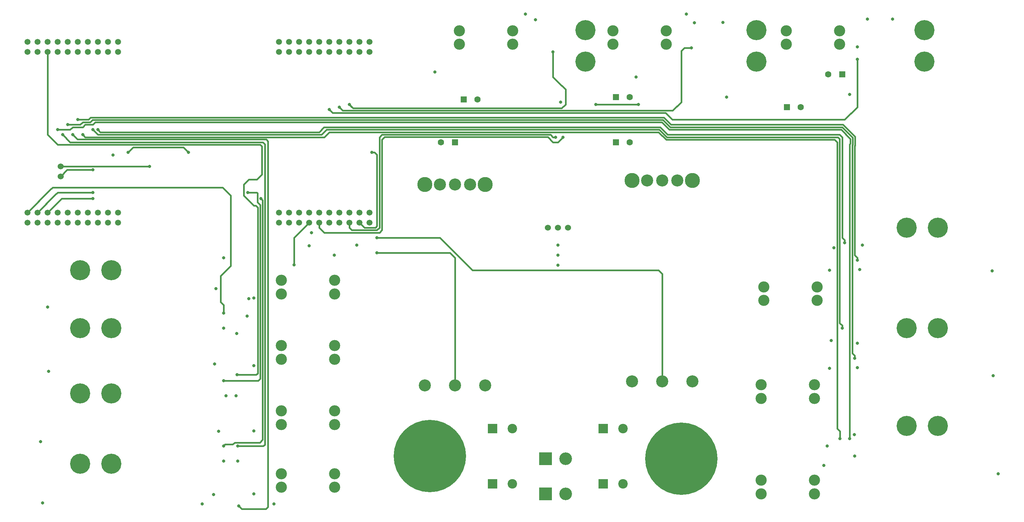
<source format=gbr>
G04 #@! TF.GenerationSoftware,KiCad,Pcbnew,(5.0.2)-1*
G04 #@! TF.CreationDate,2019-03-05T00:25:16-06:00*
G04 #@! TF.ProjectId,PowerBoard_Hardware,506f7765-7242-46f6-9172-645f48617264,rev?*
G04 #@! TF.SameCoordinates,Original*
G04 #@! TF.FileFunction,Copper,L3,Inr*
G04 #@! TF.FilePolarity,Positive*
%FSLAX46Y46*%
G04 Gerber Fmt 4.6, Leading zero omitted, Abs format (unit mm)*
G04 Created by KiCad (PCBNEW (5.0.2)-1) date 3/5/2019 12:25:16 AM*
%MOMM*%
%LPD*%
G01*
G04 APERTURE LIST*
G04 #@! TA.AperFunction,ViaPad*
%ADD10C,3.048000*%
G04 #@! TD*
G04 #@! TA.AperFunction,ViaPad*
%ADD11C,3.810000*%
G04 #@! TD*
G04 #@! TA.AperFunction,ViaPad*
%ADD12R,3.200000X3.200000*%
G04 #@! TD*
G04 #@! TA.AperFunction,ViaPad*
%ADD13O,3.200000X3.200000*%
G04 #@! TD*
G04 #@! TA.AperFunction,ViaPad*
%ADD14C,2.400000*%
G04 #@! TD*
G04 #@! TA.AperFunction,ViaPad*
%ADD15R,2.400000X2.400000*%
G04 #@! TD*
G04 #@! TA.AperFunction,ViaPad*
%ADD16C,1.524000*%
G04 #@! TD*
G04 #@! TA.AperFunction,ViaPad*
%ADD17C,5.080000*%
G04 #@! TD*
G04 #@! TA.AperFunction,ViaPad*
%ADD18C,1.520000*%
G04 #@! TD*
G04 #@! TA.AperFunction,ViaPad*
%ADD19C,2.819400*%
G04 #@! TD*
G04 #@! TA.AperFunction,ViaPad*
%ADD20C,1.600000*%
G04 #@! TD*
G04 #@! TA.AperFunction,ViaPad*
%ADD21R,1.600000X1.600000*%
G04 #@! TD*
G04 #@! TA.AperFunction,ViaPad*
%ADD22C,18.288000*%
G04 #@! TD*
G04 #@! TA.AperFunction,ViaPad*
%ADD23C,0.800000*%
G04 #@! TD*
G04 #@! TA.AperFunction,Conductor*
%ADD24C,0.381000*%
G04 #@! TD*
G04 APERTURE END LIST*
D10*
G04 #@! TO.N,GND*
G04 #@! TO.C,Dahlbot*
X156210000Y-56388000D03*
G04 #@! TO.N,N/C*
X152400000Y-56388000D03*
G04 #@! TO.N,Net-(C10-Pad1)*
X148590000Y-56388000D03*
D11*
X144780000Y-56388000D03*
G04 #@! TO.N,GND*
X160020000Y-56388000D03*
D10*
G04 #@! TO.N,PVDD*
X144780000Y-107188000D03*
G04 #@! TO.N,Net-(CONV1-Pad2)*
X152400000Y-107188000D03*
G04 #@! TO.N,GND*
X160020000Y-107188000D03*
G04 #@! TD*
G04 #@! TO.N,GND*
G04 #@! TO.C,The Van*
X208534000Y-55372000D03*
G04 #@! TO.N,N/C*
X204724000Y-55372000D03*
G04 #@! TO.N,Net-(C11-Pad1)*
X200914000Y-55372000D03*
D11*
X197104000Y-55372000D03*
G04 #@! TO.N,GND*
X212344000Y-55372000D03*
D10*
G04 #@! TO.N,PVDD*
X197104000Y-106172000D03*
G04 #@! TO.N,Net-(CONV2-Pad2)*
X204724000Y-106172000D03*
G04 #@! TO.N,GND*
X212344000Y-106172000D03*
G04 #@! TD*
D12*
G04 #@! TO.N,PVDD*
G04 #@! TO.C,D12*
X175260000Y-125730000D03*
D13*
G04 #@! TO.N,GND*
X180340000Y-125730000D03*
G04 #@! TD*
G04 #@! TO.N,GND*
G04 #@! TO.C,D13*
X180340000Y-134620000D03*
D12*
G04 #@! TO.N,PVDD*
X175260000Y-134620000D03*
G04 #@! TD*
D14*
G04 #@! TO.N,GND*
G04 #@! TO.C,C1*
X194865000Y-132080000D03*
D15*
G04 #@! TO.N,PVDD*
X189865000Y-132080000D03*
G04 #@! TD*
G04 #@! TO.N,PVDD*
G04 #@! TO.C,C2*
X161925000Y-132080000D03*
D14*
G04 #@! TO.N,GND*
X166925000Y-132080000D03*
G04 #@! TD*
G04 #@! TO.N,GND*
G04 #@! TO.C,C3*
X194865000Y-118110000D03*
D15*
G04 #@! TO.N,PVDD*
X189865000Y-118110000D03*
G04 #@! TD*
G04 #@! TO.N,PVDD*
G04 #@! TO.C,C5*
X161925000Y-118110000D03*
D14*
G04 #@! TO.N,GND*
X166925000Y-118110000D03*
G04 #@! TD*
D16*
G04 #@! TO.N,Net-(3V3FAN1-Pad1)*
G04 #@! TO.C,3V3FAN1*
X52832000Y-54356000D03*
G04 #@! TO.N,+3.3VA*
X52832000Y-51816000D03*
G04 #@! TD*
D17*
G04 #@! TO.N,Net-(Conn5-Pad2)*
G04 #@! TO.C,Conn5*
X266446000Y-67310000D03*
G04 #@! TO.N,GND*
X274320000Y-67310000D03*
G04 #@! TD*
G04 #@! TO.N,Net-(Conn6-Pad2)*
G04 #@! TO.C,Conn6*
X266446000Y-92710000D03*
G04 #@! TO.N,GND*
X274320000Y-92710000D03*
G04 #@! TD*
G04 #@! TO.N,Net-(Conn7-Pad2)*
G04 #@! TO.C,Conn7*
X266446000Y-117475000D03*
G04 #@! TO.N,GND*
X274320000Y-117475000D03*
G04 #@! TD*
G04 #@! TO.N,GND*
G04 #@! TO.C,Conn8*
X57785000Y-78105000D03*
G04 #@! TO.N,Net-(Conn8-Pad2)*
X65659000Y-78105000D03*
G04 #@! TD*
G04 #@! TO.N,Net-(Conn9-Pad2)*
G04 #@! TO.C,Conn9*
X65659000Y-92710000D03*
G04 #@! TO.N,GND*
X57785000Y-92710000D03*
G04 #@! TD*
G04 #@! TO.N,GND*
G04 #@! TO.C,Conn10*
X57785000Y-109220000D03*
G04 #@! TO.N,Net-(Conn10-Pad2)*
X65659000Y-109220000D03*
G04 #@! TD*
G04 #@! TO.N,Net-(Conn11-Pad2)*
G04 #@! TO.C,Conn11*
X65659000Y-127000000D03*
G04 #@! TO.N,GND*
X57785000Y-127000000D03*
G04 #@! TD*
D18*
G04 #@! TO.N,+3.3VA*
G04 #@! TO.C,U1*
X67310000Y-20320000D03*
G04 #@! TO.N,N/C*
X44450000Y-66040000D03*
X46990000Y-66040000D03*
X54610000Y-66040000D03*
G04 #@! TO.N,AUX_IMEAS*
X57150000Y-22860000D03*
G04 #@! TO.N,N/C*
X52070000Y-66040000D03*
X49530000Y-66040000D03*
X52070000Y-20320000D03*
X46990000Y-22860000D03*
G04 #@! TO.N,Net-(U1-PadRese)*
X57150000Y-66040000D03*
G04 #@! TO.N,N/C*
X59690000Y-66040000D03*
X46990000Y-20320000D03*
G04 #@! TO.N,MM_IMEAS*
X52070000Y-22860000D03*
G04 #@! TO.N,BM_IMEAS*
X54610000Y-22860000D03*
G04 #@! TO.N,Net-(U1-Pad+5V)*
X67310000Y-22860000D03*
G04 #@! TO.N,GND*
X64770000Y-22860000D03*
G04 #@! TO.N,GE_IMEAS*
X62230000Y-22860000D03*
G04 #@! TO.N,ROCKET_IMEAS*
X59690000Y-22860000D03*
G04 #@! TO.N,FM_IMEAS*
X49530000Y-22860000D03*
G04 #@! TO.N,N/C*
X44450000Y-22860000D03*
X64770000Y-20320000D03*
X62230000Y-20320000D03*
X59690000Y-20320000D03*
X57150000Y-20320000D03*
X54610000Y-20320000D03*
X49530000Y-20320000D03*
X44450000Y-20320000D03*
X67310000Y-63500000D03*
X64770000Y-63500000D03*
G04 #@! TO.N,EM_CTL*
X62230000Y-63500000D03*
G04 #@! TO.N,N/C*
X59690000Y-63500000D03*
G04 #@! TO.N,GE_CTL*
X57150000Y-63500000D03*
G04 #@! TO.N,ROCKET_CTL*
X54610000Y-63500000D03*
G04 #@! TO.N,AUX_CTL*
X52070000Y-63500000D03*
G04 #@! TO.N,BM_CTL*
X49530000Y-63500000D03*
G04 #@! TO.N,MM_CTL*
X46990000Y-63500000D03*
G04 #@! TO.N,FM_CTL*
X44450000Y-63500000D03*
G04 #@! TO.N,GND*
X67310000Y-66040000D03*
G04 #@! TO.N,N/C*
X64770000Y-66040000D03*
X62230000Y-66040000D03*
G04 #@! TO.N,Net-(U1-Pad+5V)*
X130810000Y-22860000D03*
G04 #@! TO.N,GND*
X128270000Y-22860000D03*
G04 #@! TO.N,COM_IMEAS*
X125730000Y-22860000D03*
G04 #@! TO.N,LOGIC_IMEAS*
X123190000Y-22860000D03*
G04 #@! TO.N,ACT_IMEAS*
X120650000Y-22860000D03*
G04 #@! TO.N,N/C*
X118110000Y-22860000D03*
X115570000Y-22860000D03*
X113030000Y-22860000D03*
X110490000Y-22860000D03*
X107950000Y-22860000D03*
G04 #@! TO.N,+3.3VA*
X130810000Y-20320000D03*
G04 #@! TO.N,N/C*
X128270000Y-20320000D03*
X125730000Y-20320000D03*
X123190000Y-20320000D03*
X120650000Y-20320000D03*
X118110000Y-20320000D03*
X115570000Y-20320000D03*
X113030000Y-20320000D03*
X110490000Y-20320000D03*
X107950000Y-20320000D03*
X130810000Y-63500000D03*
X128270000Y-63500000D03*
X125730000Y-63500000D03*
X123190000Y-63500000D03*
X120650000Y-63500000D03*
X118110000Y-63500000D03*
X115570000Y-63500000D03*
X113030000Y-63500000D03*
X110490000Y-63500000D03*
X107950000Y-63500000D03*
G04 #@! TO.N,GND*
X130810000Y-66040000D03*
G04 #@! TO.N,FAN_CTL*
X128270000Y-66040000D03*
G04 #@! TO.N,COM_CTL*
X125730000Y-66040000D03*
G04 #@! TO.N,N/C*
X123190000Y-66040000D03*
G04 #@! TO.N,Net-(U1-PadRese)*
X120650000Y-66040000D03*
G04 #@! TO.N,LOGIC_CTL*
X118110000Y-66040000D03*
G04 #@! TO.N,EM_IMEAS*
X115570000Y-66040000D03*
G04 #@! TO.N,N/C*
X113030000Y-66040000D03*
G04 #@! TO.N,ACT_CTL*
X110490000Y-66040000D03*
G04 #@! TO.N,LOGIC\005CCOM_CTL*
X107950000Y-66040000D03*
G04 #@! TD*
D19*
G04 #@! TO.N,Net-(C10-Pad1)*
G04 #@! TO.C,U2*
X192278000Y-17526000D03*
X192278000Y-20955000D03*
G04 #@! TO.N,Net-(Q5-Pad2)*
X205740000Y-20955000D03*
X205740000Y-17526000D03*
G04 #@! TD*
G04 #@! TO.N,Net-(C11-Pad1)*
G04 #@! TO.C,U3*
X236093000Y-17526000D03*
X236093000Y-20955000D03*
G04 #@! TO.N,Net-(C14-Pad1)*
X249555000Y-20955000D03*
X249555000Y-17526000D03*
G04 #@! TD*
G04 #@! TO.N,Net-(Q4-Pad2)*
G04 #@! TO.C,U4*
X167005000Y-17526000D03*
X167005000Y-20955000D03*
G04 #@! TO.N,Net-(C10-Pad1)*
X153543000Y-20955000D03*
X153543000Y-17526000D03*
G04 #@! TD*
D16*
G04 #@! TO.N,PVDD*
G04 #@! TO.C,U10*
X180975000Y-67310000D03*
G04 #@! TO.N,GND*
X178435000Y-67310000D03*
G04 #@! TO.N,+3.3VA*
X175895000Y-67310000D03*
G04 #@! TD*
D19*
G04 #@! TO.N,Net-(U15-Pad1)*
G04 #@! TO.C,U15*
X243840000Y-82296000D03*
X243840000Y-85725000D03*
G04 #@! TO.N,PVDD*
X230378000Y-85725000D03*
X230378000Y-82296000D03*
G04 #@! TD*
G04 #@! TO.N,PVDD*
G04 #@! TO.C,U17*
X229743000Y-107061000D03*
X229743000Y-110490000D03*
G04 #@! TO.N,Net-(U17-Pad1)*
X243205000Y-110490000D03*
X243205000Y-107061000D03*
G04 #@! TD*
G04 #@! TO.N,Net-(U18-Pad1)*
G04 #@! TO.C,U18*
X243205000Y-131191000D03*
X243205000Y-134620000D03*
G04 #@! TO.N,PVDD*
X229743000Y-134620000D03*
X229743000Y-131191000D03*
G04 #@! TD*
G04 #@! TO.N,Net-(U27-Pad1)*
G04 #@! TO.C,U27*
X108585000Y-132969000D03*
X108585000Y-129540000D03*
G04 #@! TO.N,PVDD*
X122047000Y-129540000D03*
X122047000Y-132969000D03*
G04 #@! TD*
G04 #@! TO.N,PVDD*
G04 #@! TO.C,U28*
X122047000Y-100584000D03*
X122047000Y-97155000D03*
G04 #@! TO.N,Net-(U28-Pad1)*
X108585000Y-97155000D03*
X108585000Y-100584000D03*
G04 #@! TD*
G04 #@! TO.N,PVDD*
G04 #@! TO.C,U29*
X122047000Y-117094000D03*
X122047000Y-113665000D03*
G04 #@! TO.N,Net-(U29-Pad1)*
X108585000Y-113665000D03*
X108585000Y-117094000D03*
G04 #@! TD*
G04 #@! TO.N,PVDD*
G04 #@! TO.C,U30*
X122047000Y-84074000D03*
X122047000Y-80645000D03*
G04 #@! TO.N,Net-(U30-Pad1)*
X108585000Y-80645000D03*
X108585000Y-84074000D03*
G04 #@! TD*
D17*
G04 #@! TO.N,Net-(Conn1-Pad2)*
G04 #@! TO.C,Conn1*
X270992000Y-25312000D03*
G04 #@! TO.N,GND*
X270992000Y-17412000D03*
G04 #@! TD*
G04 #@! TO.N,GND*
G04 #@! TO.C,Conn2*
X185394000Y-17412000D03*
G04 #@! TO.N,Net-(Conn2-Pad2)*
X185394000Y-25312000D03*
G04 #@! TD*
G04 #@! TO.N,Net-(Conn3-Pad2)*
G04 #@! TO.C,Conn3*
X228574000Y-25312000D03*
G04 #@! TO.N,GND*
X228574000Y-17412000D03*
G04 #@! TD*
D20*
G04 #@! TO.N,GND*
G04 #@! TO.C,C6*
X148900000Y-45720000D03*
D21*
G04 #@! TO.N,Net-(C10-Pad1)*
X152400000Y-45720000D03*
G04 #@! TD*
G04 #@! TO.N,Net-(C10-Pad1)*
G04 #@! TO.C,C8*
X193040000Y-34290000D03*
D20*
G04 #@! TO.N,GND*
X196540000Y-34290000D03*
G04 #@! TD*
D21*
G04 #@! TO.N,Net-(C10-Pad1)*
G04 #@! TO.C,C9*
X154615000Y-34925000D03*
D20*
G04 #@! TO.N,GND*
X158115000Y-34925000D03*
G04 #@! TD*
G04 #@! TO.N,GND*
G04 #@! TO.C,C10*
X196540000Y-45720000D03*
D21*
G04 #@! TO.N,Net-(C10-Pad1)*
X193040000Y-45720000D03*
G04 #@! TD*
G04 #@! TO.N,Net-(C11-Pad1)*
G04 #@! TO.C,C11*
X236220000Y-36830000D03*
D20*
G04 #@! TO.N,GND*
X239720000Y-36830000D03*
G04 #@! TD*
G04 #@! TO.N,GND*
G04 #@! TO.C,C16*
X246690000Y-28575000D03*
D21*
G04 #@! TO.N,Net-(C14-Pad1)*
X250190000Y-28575000D03*
G04 #@! TD*
D22*
G04 #@! TO.N,PVDD*
G04 #@! TO.C,PVDD*
X146050000Y-125095000D03*
G04 #@! TD*
G04 #@! TO.N,GND*
G04 #@! TO.C,REF\002A\002A*
X209550000Y-125730000D03*
G04 #@! TD*
D23*
G04 #@! TO.N,Net-(3V3FAN1-Pad1)*
X60960000Y-52705000D03*
G04 #@! TO.N,Net-(CONV1-Pad2)*
X132715000Y-73660000D03*
G04 #@! TO.N,Net-(CONV2-Pad2)*
X132715000Y-69850000D03*
G04 #@! TO.N,GND*
X254635000Y-77945000D03*
X255270000Y-71755000D03*
X248098000Y-72390000D03*
X247463000Y-95885000D03*
X254000000Y-96520000D03*
X254000000Y-102710000D03*
X246385000Y-122560000D03*
X253365000Y-125095000D03*
X253226999Y-119668999D03*
X212852000Y-15494000D03*
X220048000Y-15410000D03*
X256540000Y-14605000D03*
X262890000Y-14605000D03*
X172720000Y-14732000D03*
X179070000Y-35560000D03*
X198120000Y-29210000D03*
X220980000Y-34290000D03*
X252095000Y-33655000D03*
X178435000Y-71755000D03*
X178435000Y-74295000D03*
X178435000Y-76835000D03*
X147320000Y-27940000D03*
X116205000Y-68580000D03*
X115570000Y-71882000D03*
X121905000Y-74310000D03*
X127635000Y-71755000D03*
X49530000Y-87376000D03*
X49784000Y-103632000D03*
X93980000Y-74930000D03*
X92075000Y-82710000D03*
X93980000Y-92710000D03*
X97282000Y-94107000D03*
X97155000Y-109855000D03*
X92710000Y-118778000D03*
X93980000Y-126365000D03*
X97536000Y-126365000D03*
X91440000Y-134780000D03*
X106680000Y-137160000D03*
X88580000Y-137160000D03*
X94615000Y-109855000D03*
X66100000Y-48955000D03*
X91694000Y-101760000D03*
X288290000Y-104775000D03*
X288036000Y-78232000D03*
X289560000Y-129540000D03*
X47752000Y-121412000D03*
X48260000Y-136906000D03*
G04 #@! TO.N,+3.3VA*
X247015000Y-102870000D03*
X247015000Y-78105000D03*
X245585000Y-127475000D03*
X254000000Y-21590000D03*
X170180000Y-13335000D03*
X210820000Y-13335000D03*
X75311000Y-51816000D03*
X101600000Y-134620000D03*
X101600000Y-118745000D03*
X101600000Y-102235000D03*
X99958200Y-89662000D03*
X100330000Y-85250000D03*
X101600000Y-85090000D03*
G04 #@! TO.N,FAN_CTL*
X85090000Y-48260000D03*
X131445000Y-48260000D03*
X69850000Y-48260000D03*
G04 #@! TO.N,AUX_CTL*
X52070000Y-42545000D03*
X252095000Y-120650000D03*
G04 #@! TO.N,LOGIC_IMEAS*
X123190000Y-36830000D03*
X212090000Y-21844000D03*
G04 #@! TO.N,COM_IMEAS*
X125730000Y-36195000D03*
X177165000Y-22860000D03*
G04 #@! TO.N,ACT_IMEAS*
X120650000Y-37465000D03*
X254000000Y-24765000D03*
G04 #@! TO.N,LOGIC_CTL*
X198755000Y-36195000D03*
X187960000Y-36195000D03*
X179705000Y-44450000D03*
G04 #@! TO.N,COM_CTL*
X177800000Y-44450000D03*
G04 #@! TO.N,AUX_IMEAS*
X249601000Y-120696000D03*
X58420000Y-43815000D03*
G04 #@! TO.N,MM_IMEAS*
X53340000Y-43815000D03*
X97536000Y-122555000D03*
G04 #@! TO.N,BM_IMEAS*
X55880000Y-43815000D03*
X97790000Y-137668000D03*
G04 #@! TO.N,GE_IMEAS*
X62230000Y-42545000D03*
X250825000Y-71120000D03*
G04 #@! TO.N,FM_IMEAS*
X97409000Y-104521000D03*
G04 #@! TO.N,GE_CTL*
X254000000Y-75565000D03*
X57150000Y-40005000D03*
G04 #@! TO.N,ROCKET_CTL*
X54610000Y-41275000D03*
X253365000Y-100330000D03*
G04 #@! TO.N,BM_CTL*
X60960000Y-59944000D03*
X93980000Y-122555000D03*
X103378000Y-59944000D03*
G04 #@! TO.N,MM_CTL*
X60960000Y-58420000D03*
X93980000Y-106045000D03*
X100076000Y-58420000D03*
G04 #@! TO.N,FM_CTL*
X93980000Y-88900000D03*
G04 #@! TO.N,EM_IMEAS*
X111760000Y-76708000D03*
G04 #@! TO.N,ROCKET_IMEAS*
X250190000Y-92710000D03*
X60960000Y-42545000D03*
G04 #@! TD*
D24*
G04 #@! TO.N,Net-(3V3FAN1-Pad1)*
X54483000Y-52705000D02*
X52832000Y-54356000D01*
X60960000Y-52705000D02*
X54483000Y-52705000D01*
G04 #@! TO.N,Net-(CONV1-Pad2)*
X133350000Y-73660000D02*
X151130000Y-73660000D01*
X151130000Y-73660000D02*
X152400000Y-74930000D01*
X133350000Y-73660000D02*
X132715000Y-73660000D01*
X152400000Y-107188000D02*
X152400000Y-106172000D01*
X152400000Y-74930000D02*
X152400000Y-106172000D01*
X152400000Y-106172000D02*
X152400000Y-106680000D01*
G04 #@! TO.N,Net-(CONV2-Pad2)*
X204724000Y-78994000D02*
X204724000Y-106172000D01*
X203835000Y-78105000D02*
X204724000Y-78994000D01*
X156845000Y-78105000D02*
X203835000Y-78105000D01*
X132715000Y-69850000D02*
X148590000Y-69850000D01*
X148590000Y-69850000D02*
X156845000Y-78105000D01*
G04 #@! TO.N,+3.3VA*
X52832000Y-51816000D02*
X53909630Y-51816000D01*
X53909630Y-51816000D02*
X75184000Y-51816000D01*
G04 #@! TO.N,FAN_CTL*
X83820000Y-46990000D02*
X85090000Y-48260000D01*
X132318998Y-67310000D02*
X129540000Y-67310000D01*
X132715000Y-66913998D02*
X132318998Y-67310000D01*
X132715000Y-48895000D02*
X132715000Y-66913998D01*
X131445000Y-48260000D02*
X132080000Y-48260000D01*
X132080000Y-48260000D02*
X132715000Y-48895000D01*
X129540000Y-67310000D02*
X128270000Y-66040000D01*
X71755000Y-46990000D02*
X71120000Y-46990000D01*
X71755000Y-46990000D02*
X83820000Y-46990000D01*
X71120000Y-46990000D02*
X69850000Y-48260000D01*
G04 #@! TO.N,AUX_CTL*
X55245000Y-42545000D02*
X52070000Y-42545000D01*
X58420000Y-41910000D02*
X55880000Y-41910000D01*
X55880000Y-41910000D02*
X55245000Y-42545000D01*
X59055000Y-41275000D02*
X58420000Y-41910000D01*
X60960000Y-41275000D02*
X59055000Y-41275000D01*
X61595000Y-40640000D02*
X60960000Y-41275000D01*
X204656672Y-40640000D02*
X61595000Y-40640000D01*
X252095000Y-46254942D02*
X252250501Y-46099441D01*
X252095000Y-120650000D02*
X252095000Y-46254942D01*
X252250501Y-46099441D02*
X252250501Y-44867157D01*
X249928344Y-42545000D02*
X206561672Y-42545000D01*
X252250501Y-44867157D02*
X249928344Y-42545000D01*
X206561672Y-42545000D02*
X204656672Y-40640000D01*
G04 #@! TO.N,LOGIC_IMEAS*
X210312000Y-21844000D02*
X212090000Y-21844000D01*
X209550000Y-22606000D02*
X210312000Y-21844000D01*
X209550000Y-35560000D02*
X209550000Y-22606000D01*
X207375049Y-37734951D02*
X209550000Y-35560000D01*
X123190000Y-36830000D02*
X124094951Y-37734951D01*
X124094951Y-37734951D02*
X207375049Y-37734951D01*
G04 #@! TO.N,COM_IMEAS*
X126365000Y-36830000D02*
X125730000Y-36195000D01*
X177165000Y-29210000D02*
X177165000Y-22860000D01*
X125730000Y-36195000D02*
X126688941Y-37153941D01*
X178435000Y-30480000D02*
X177165000Y-29210000D01*
X177800000Y-37153941D02*
X178111059Y-37153941D01*
X126688941Y-37153941D02*
X177800000Y-37153941D01*
X178111059Y-37153941D02*
X179381059Y-37153941D01*
X179381059Y-37153941D02*
X180340000Y-36195000D01*
X180340000Y-32385000D02*
X178435000Y-30480000D01*
X180340000Y-36195000D02*
X180340000Y-32385000D01*
G04 #@! TO.N,ACT_IMEAS*
X121500961Y-38315961D02*
X120650000Y-37465000D01*
X205619321Y-38315961D02*
X121500961Y-38315961D01*
X207308360Y-40005000D02*
X205619321Y-38315961D01*
X250825000Y-40005000D02*
X207308360Y-40005000D01*
X254000000Y-24765000D02*
X254000000Y-36830000D01*
X254000000Y-36830000D02*
X250825000Y-40005000D01*
G04 #@! TO.N,LOGIC_CTL*
X119380000Y-68580000D02*
X118110000Y-67310000D01*
X133350000Y-68580000D02*
X119380000Y-68580000D01*
X133985000Y-67945000D02*
X133350000Y-68580000D01*
X178435000Y-45720000D02*
X177165000Y-45720000D01*
X118110000Y-67310000D02*
X118110000Y-66040000D01*
X179705000Y-44450000D02*
X178435000Y-45720000D01*
X177165000Y-45720000D02*
X175841010Y-44396010D01*
X175841010Y-44396010D02*
X134673990Y-44396010D01*
X134673990Y-44396010D02*
X133985000Y-45085000D01*
X133985000Y-45085000D02*
X133985000Y-67945000D01*
X187960000Y-36195000D02*
X198755000Y-36195000D01*
G04 #@! TO.N,COM_CTL*
X132715000Y-67945000D02*
X126365000Y-67945000D01*
X133350000Y-67310000D02*
X132715000Y-67945000D01*
X133985000Y-43815000D02*
X133350000Y-44450000D01*
X133350000Y-44450000D02*
X133350000Y-67310000D01*
X125730000Y-67310000D02*
X125730000Y-66040000D01*
X126365000Y-67945000D02*
X125730000Y-67310000D01*
X142875000Y-43815000D02*
X133985000Y-43815000D01*
X176530000Y-43815000D02*
X142875000Y-43815000D01*
X177800000Y-44450000D02*
X177165000Y-44450000D01*
X177165000Y-44450000D02*
X176530000Y-43815000D01*
G04 #@! TO.N,AUX_IMEAS*
X59055000Y-44450000D02*
X58420000Y-43815000D01*
X119380000Y-44450000D02*
X59055000Y-44450000D01*
X120650000Y-43180000D02*
X119380000Y-44450000D01*
X203835000Y-43180000D02*
X120650000Y-43180000D01*
X249601000Y-118791000D02*
X248920000Y-118110000D01*
X249601000Y-120696000D02*
X249601000Y-118791000D01*
X248920000Y-118110000D02*
X248920000Y-45720000D01*
X248920000Y-45720000D02*
X248285000Y-45085000D01*
X248285000Y-45085000D02*
X205740000Y-45085000D01*
X205740000Y-45085000D02*
X203835000Y-43180000D01*
G04 #@! TO.N,MM_IMEAS*
X104013000Y-122555000D02*
X97536000Y-122555000D01*
X104394000Y-122174000D02*
X104013000Y-122555000D01*
X104394000Y-46228000D02*
X104394000Y-122174000D01*
X103886000Y-45720000D02*
X104394000Y-46228000D01*
X53340000Y-43815000D02*
X55245000Y-45720000D01*
X55245000Y-45720000D02*
X103886000Y-45720000D01*
G04 #@! TO.N,BM_IMEAS*
X98552000Y-138430000D02*
X97790000Y-137668000D01*
X57096010Y-45031010D02*
X104721010Y-45031010D01*
X55880000Y-43815000D02*
X57096010Y-45031010D01*
X104721010Y-45031010D02*
X105156000Y-45466000D01*
X105156000Y-45466000D02*
X105156000Y-137922000D01*
X105156000Y-137922000D02*
X104648000Y-138430000D01*
X104648000Y-138430000D02*
X98552000Y-138430000D01*
G04 #@! TO.N,GE_IMEAS*
X62865000Y-43180000D02*
X62230000Y-42545000D01*
X118110000Y-43180000D02*
X62865000Y-43180000D01*
X204262335Y-41963991D02*
X202618991Y-41963991D01*
X250825000Y-71120000D02*
X250825000Y-70485000D01*
X250825000Y-70485000D02*
X250190000Y-69850000D01*
X250190000Y-69850000D02*
X250190000Y-44450000D01*
X250190000Y-44450000D02*
X249555000Y-43815000D01*
X249555000Y-43815000D02*
X206113344Y-43815000D01*
X206113344Y-43815000D02*
X204262335Y-41963991D01*
X202618991Y-41963991D02*
X119774338Y-41963990D01*
X119774338Y-41963990D02*
X119326010Y-41963990D01*
X119326010Y-41963990D02*
X118110000Y-43180000D01*
G04 #@! TO.N,FM_IMEAS*
X102616000Y-62230000D02*
X102616000Y-104140000D01*
X102108000Y-61722000D02*
X102616000Y-62230000D01*
X99060000Y-59182000D02*
X101600000Y-61722000D01*
X102616000Y-104140000D02*
X102235000Y-104521000D01*
X99060000Y-56388000D02*
X99060000Y-59182000D01*
X100330000Y-55118000D02*
X99060000Y-56388000D01*
X102362000Y-55118000D02*
X100330000Y-55118000D01*
X101600000Y-61722000D02*
X102108000Y-61722000D01*
X49530000Y-43815000D02*
X52070000Y-46355000D01*
X49530000Y-22860000D02*
X49530000Y-43815000D01*
X102235000Y-104521000D02*
X97409000Y-104521000D01*
X52070000Y-46355000D02*
X103251000Y-46355000D01*
X103632000Y-46736000D02*
X103632000Y-53848000D01*
X103251000Y-46355000D02*
X103632000Y-46736000D01*
X103632000Y-53848000D02*
X102362000Y-55118000D01*
G04 #@! TO.N,GE_CTL*
X250376672Y-41275000D02*
X208280000Y-41275000D01*
X254000000Y-74930000D02*
X253365000Y-74295000D01*
X254000000Y-75565000D02*
X254000000Y-74930000D01*
X208280000Y-41275000D02*
X206935016Y-41275000D01*
X206935016Y-41275000D02*
X205740000Y-40079984D01*
X205740000Y-40079984D02*
X205137997Y-39477981D01*
X205137997Y-39477981D02*
X203942981Y-39477981D01*
X203942981Y-39477981D02*
X60432981Y-39477981D01*
X60432981Y-39477981D02*
X59905962Y-40005000D01*
X59905962Y-40005000D02*
X57150000Y-40005000D01*
X253412520Y-44310848D02*
X250376672Y-41275000D01*
X253365000Y-46628286D02*
X253412521Y-46580765D01*
X253412521Y-46580765D02*
X253412520Y-44310848D01*
X253365000Y-74295000D02*
X253365000Y-46628286D01*
G04 #@! TO.N,ROCKET_CTL*
X57785000Y-41275000D02*
X54610000Y-41275000D01*
X60325000Y-40640000D02*
X58420000Y-40640000D01*
X60906009Y-40058991D02*
X60325000Y-40640000D01*
X58420000Y-40640000D02*
X57785000Y-41275000D01*
X206748344Y-41910000D02*
X204897335Y-40058991D01*
X250190000Y-41910000D02*
X206748344Y-41910000D01*
X253365000Y-99695000D02*
X252730000Y-99060000D01*
X204897335Y-40058991D02*
X60906009Y-40058991D01*
X253365000Y-100330000D02*
X253365000Y-99695000D01*
X252730000Y-99060000D02*
X252730000Y-46441614D01*
X252730000Y-46441614D02*
X252831511Y-46340103D01*
X252831511Y-46340103D02*
X252831511Y-44551511D01*
X252831511Y-44551511D02*
X250190000Y-41910000D01*
G04 #@! TO.N,BM_CTL*
X94379999Y-122155001D02*
X96284999Y-122155001D01*
X93980000Y-122555000D02*
X94379999Y-122155001D01*
X96284999Y-122155001D02*
X96774000Y-121666000D01*
X96774000Y-121666000D02*
X103124000Y-121666000D01*
X103124000Y-121666000D02*
X103812990Y-120977010D01*
X103812990Y-120977010D02*
X103812990Y-105336990D01*
X103812990Y-105336990D02*
X103812990Y-86540990D01*
X103812990Y-86540990D02*
X103812990Y-86133048D01*
X103378000Y-59944000D02*
X103812990Y-60378990D01*
X103812990Y-60378990D02*
X103812990Y-86540990D01*
X53086000Y-59944000D02*
X60960000Y-59944000D01*
X49530000Y-63500000D02*
X53086000Y-59944000D01*
G04 #@! TO.N,MM_CTL*
X51435000Y-59055000D02*
X46990000Y-63500000D01*
X52070000Y-58420000D02*
X51435000Y-59055000D01*
X60960000Y-58420000D02*
X52070000Y-58420000D01*
X102743000Y-106045000D02*
X103231980Y-105556020D01*
X93980000Y-106045000D02*
X102743000Y-106045000D01*
X103231980Y-105556020D02*
X103231980Y-61575980D01*
X103231980Y-61575980D02*
X102587499Y-60931499D01*
X102587499Y-60931499D02*
X102587499Y-58645499D01*
X102587499Y-58645499D02*
X102362000Y-58420000D01*
X102362000Y-58420000D02*
X100076000Y-58420000D01*
G04 #@! TO.N,FM_CTL*
X50165000Y-57785000D02*
X44450000Y-63500000D01*
X93980000Y-86868000D02*
X93218000Y-86106000D01*
X50800000Y-57150000D02*
X50165000Y-57785000D01*
X93218000Y-86106000D02*
X93218000Y-79502000D01*
X93218000Y-79502000D02*
X95758000Y-76962000D01*
X93980000Y-88900000D02*
X93980000Y-86868000D01*
X95758000Y-59182000D02*
X93726000Y-57150000D01*
X95758000Y-76962000D02*
X95758000Y-59182000D01*
X93726000Y-57150000D02*
X50800000Y-57150000D01*
G04 #@! TO.N,EM_IMEAS*
X111760000Y-69850000D02*
X115570000Y-66040000D01*
X111760000Y-76708000D02*
X111760000Y-69850000D01*
G04 #@! TO.N,ROCKET_IMEAS*
X250190000Y-92075000D02*
X250190000Y-92710000D01*
X249555000Y-91440000D02*
X250190000Y-92075000D01*
X249555000Y-44898328D02*
X249555000Y-91440000D01*
X249106672Y-44450000D02*
X249555000Y-44898328D01*
X60960000Y-42545000D02*
X62230000Y-43815000D01*
X62230000Y-43815000D02*
X118745000Y-43815000D01*
X118745000Y-43815000D02*
X120015000Y-42545000D01*
X120015000Y-42545000D02*
X204021672Y-42545000D01*
X204021672Y-42545000D02*
X205926672Y-44450000D01*
X205926672Y-44450000D02*
X249106672Y-44450000D01*
G04 #@! TD*
M02*

</source>
